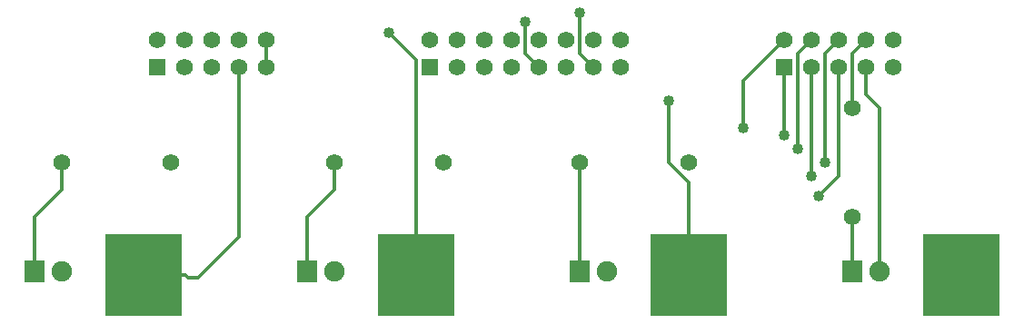
<source format=gbr>
G04 #@! TF.GenerationSoftware,KiCad,Pcbnew,(5.0.1)-3*
G04 #@! TF.CreationDate,2018-12-07T13:03:12-08:00*
G04 #@! TF.ProjectId,500-1073-Quad-Banana-Jack,3530302D313037332D517561642D4261,rev?*
G04 #@! TF.SameCoordinates,Original*
G04 #@! TF.FileFunction,Copper,L1,Top,Signal*
G04 #@! TF.FilePolarity,Positive*
%FSLAX46Y46*%
G04 Gerber Fmt 4.6, Leading zero omitted, Abs format (unit mm)*
G04 Created by KiCad (PCBNEW (5.0.1)-3) date 12/7/2018 1:03:12 PM*
%MOMM*%
%LPD*%
G01*
G04 APERTURE LIST*
G04 #@! TA.AperFunction,ComponentPad*
%ADD10R,1.900000X2.000000*%
G04 #@! TD*
G04 #@! TA.AperFunction,ComponentPad*
%ADD11C,1.900000*%
G04 #@! TD*
G04 #@! TA.AperFunction,ComponentPad*
%ADD12R,7.112000X7.620000*%
G04 #@! TD*
G04 #@! TA.AperFunction,ComponentPad*
%ADD13C,1.574800*%
G04 #@! TD*
G04 #@! TA.AperFunction,ComponentPad*
%ADD14R,1.574800X1.574800*%
G04 #@! TD*
G04 #@! TA.AperFunction,ViaPad*
%ADD15C,1.016000*%
G04 #@! TD*
G04 #@! TA.AperFunction,Conductor*
%ADD16C,0.304800*%
G04 #@! TD*
G04 APERTURE END LIST*
D10*
G04 #@! TO.P,D1,1*
G04 #@! TO.N,Net-(D1-Pad1)*
X185420000Y-147320000D03*
D11*
G04 #@! TO.P,D1,2*
G04 #@! TO.N,Net-(D1-Pad2)*
X187960000Y-147320000D03*
G04 #@! TD*
D10*
G04 #@! TO.P,D2,1*
G04 #@! TO.N,Net-(D2-Pad1)*
X160020000Y-147320000D03*
D11*
G04 #@! TO.P,D2,2*
G04 #@! TO.N,Net-(D2-Pad2)*
X162560000Y-147320000D03*
G04 #@! TD*
D10*
G04 #@! TO.P,D3,1*
G04 #@! TO.N,Net-(D3-Pad1)*
X134620000Y-147320000D03*
D11*
G04 #@! TO.P,D3,2*
G04 #@! TO.N,Net-(D3-Pad2)*
X137160000Y-147320000D03*
G04 #@! TD*
D10*
G04 #@! TO.P,D4,1*
G04 #@! TO.N,Net-(D4-Pad1)*
X109220000Y-147320000D03*
D11*
G04 #@! TO.P,D4,2*
G04 #@! TO.N,Net-(D4-Pad2)*
X111760000Y-147320000D03*
G04 #@! TD*
D12*
G04 #@! TO.P,P1,1*
G04 #@! TO.N,Net-(P1-Pad1)*
X195580000Y-147701000D03*
G04 #@! TD*
G04 #@! TO.P,P2,1*
G04 #@! TO.N,Net-(P2-Pad1)*
X170180000Y-147701000D03*
G04 #@! TD*
G04 #@! TO.P,P3,1*
G04 #@! TO.N,Net-(P3-Pad1)*
X144780000Y-147701000D03*
G04 #@! TD*
G04 #@! TO.P,P4,1*
G04 #@! TO.N,Net-(P4-Pad1)*
X119380000Y-147701000D03*
G04 #@! TD*
D13*
G04 #@! TO.P,R1,1*
G04 #@! TO.N,Net-(D1-Pad1)*
X185420000Y-142240000D03*
G04 #@! TO.P,R1,2*
G04 #@! TO.N,Net-(P5-Pad8)*
X185420000Y-132080000D03*
G04 #@! TD*
G04 #@! TO.P,R2,1*
G04 #@! TO.N,Net-(D2-Pad1)*
X160020000Y-137160000D03*
G04 #@! TO.P,R2,2*
G04 #@! TO.N,Net-(P5-Pad6)*
X170180000Y-137160000D03*
G04 #@! TD*
G04 #@! TO.P,R3,1*
G04 #@! TO.N,Net-(D3-Pad1)*
X137160000Y-137160000D03*
G04 #@! TO.P,R3,2*
G04 #@! TO.N,Net-(P5-Pad4)*
X147320000Y-137160000D03*
G04 #@! TD*
G04 #@! TO.P,R4,1*
G04 #@! TO.N,Net-(D4-Pad1)*
X111760000Y-137160000D03*
G04 #@! TO.P,R4,2*
G04 #@! TO.N,Net-(P5-Pad2)*
X121920000Y-137160000D03*
G04 #@! TD*
G04 #@! TO.P,P5,10*
G04 #@! TO.N,N/C*
X189230000Y-125730000D03*
G04 #@! TO.P,P5,9*
X189230000Y-128270000D03*
G04 #@! TO.P,P5,8*
G04 #@! TO.N,Net-(P5-Pad8)*
X186690000Y-125730000D03*
G04 #@! TO.P,P5,7*
G04 #@! TO.N,Net-(D1-Pad2)*
X186690000Y-128270000D03*
G04 #@! TO.P,P5,6*
G04 #@! TO.N,Net-(P5-Pad6)*
X184150000Y-125730000D03*
G04 #@! TO.P,P5,5*
G04 #@! TO.N,Net-(D2-Pad2)*
X184150000Y-128270000D03*
G04 #@! TO.P,P5,4*
G04 #@! TO.N,Net-(P5-Pad4)*
X181610000Y-125730000D03*
G04 #@! TO.P,P5,3*
G04 #@! TO.N,Net-(D3-Pad2)*
X181610000Y-128270000D03*
G04 #@! TO.P,P5,2*
G04 #@! TO.N,Net-(P5-Pad2)*
X179070000Y-125730000D03*
D14*
G04 #@! TO.P,P5,1*
G04 #@! TO.N,Net-(D4-Pad2)*
X179070000Y-128270000D03*
G04 #@! TD*
G04 #@! TO.P,P6,1*
G04 #@! TO.N,Net-(P1-Pad1)*
X146050000Y-128270000D03*
D13*
G04 #@! TO.P,P6,2*
G04 #@! TO.N,Net-(P6-Pad10)*
X146050000Y-125730000D03*
G04 #@! TO.P,P6,3*
G04 #@! TO.N,N/C*
X148590000Y-128270000D03*
G04 #@! TO.P,P6,4*
G04 #@! TO.N,Net-(P6-Pad10)*
X148590000Y-125730000D03*
G04 #@! TO.P,P6,5*
G04 #@! TO.N,Net-(P2-Pad1)*
X151130000Y-128270000D03*
G04 #@! TO.P,P6,6*
G04 #@! TO.N,Net-(P6-Pad10)*
X151130000Y-125730000D03*
G04 #@! TO.P,P6,7*
G04 #@! TO.N,N/C*
X153670000Y-128270000D03*
G04 #@! TO.P,P6,8*
G04 #@! TO.N,Net-(P6-Pad10)*
X153670000Y-125730000D03*
G04 #@! TO.P,P6,9*
G04 #@! TO.N,Net-(P3-Pad1)*
X156210000Y-128270000D03*
G04 #@! TO.P,P6,10*
G04 #@! TO.N,Net-(P6-Pad10)*
X156210000Y-125730000D03*
G04 #@! TO.P,P6,11*
G04 #@! TO.N,N/C*
X158750000Y-128270000D03*
G04 #@! TO.P,P6,12*
G04 #@! TO.N,Net-(P6-Pad10)*
X158750000Y-125730000D03*
G04 #@! TO.P,P6,13*
G04 #@! TO.N,Net-(P4-Pad1)*
X161290000Y-128270000D03*
G04 #@! TO.P,P6,14*
G04 #@! TO.N,Net-(P6-Pad10)*
X161290000Y-125730000D03*
G04 #@! TO.P,P6,15*
G04 #@! TO.N,N/C*
X163830000Y-128270000D03*
G04 #@! TO.P,P6,16*
G04 #@! TO.N,Net-(P6-Pad10)*
X163830000Y-125730000D03*
G04 #@! TD*
D14*
G04 #@! TO.P,P7,1*
G04 #@! TO.N,Net-(P1-Pad1)*
X120650000Y-128270000D03*
D13*
G04 #@! TO.P,P7,2*
G04 #@! TO.N,Net-(P7-Pad10)*
X120650000Y-125730000D03*
G04 #@! TO.P,P7,3*
G04 #@! TO.N,Net-(P2-Pad1)*
X123190000Y-128270000D03*
G04 #@! TO.P,P7,4*
G04 #@! TO.N,Net-(P7-Pad10)*
X123190000Y-125730000D03*
G04 #@! TO.P,P7,5*
G04 #@! TO.N,Net-(P3-Pad1)*
X125730000Y-128270000D03*
G04 #@! TO.P,P7,6*
G04 #@! TO.N,Net-(P7-Pad10)*
X125730000Y-125730000D03*
G04 #@! TO.P,P7,7*
G04 #@! TO.N,Net-(P4-Pad1)*
X128270000Y-128270000D03*
G04 #@! TO.P,P7,8*
G04 #@! TO.N,Net-(P7-Pad10)*
X128270000Y-125730000D03*
G04 #@! TO.P,P7,9*
X130810000Y-128270000D03*
G04 #@! TO.P,P7,10*
X130810000Y-125730000D03*
G04 #@! TD*
D15*
G04 #@! TO.N,Net-(D2-Pad2)*
X182245000Y-140335000D03*
G04 #@! TO.N,Net-(D3-Pad2)*
X181610000Y-138430000D03*
G04 #@! TO.N,Net-(D4-Pad2)*
X179070000Y-134620000D03*
G04 #@! TO.N,Net-(P2-Pad1)*
X168275000Y-131445000D03*
G04 #@! TO.N,Net-(P3-Pad1)*
X154940000Y-124050410D03*
X142240000Y-125095000D03*
G04 #@! TO.N,Net-(P4-Pad1)*
X160020000Y-123190000D03*
G04 #@! TO.N,Net-(P5-Pad2)*
X175260000Y-133985000D03*
G04 #@! TO.N,Net-(P5-Pad4)*
X180340000Y-135890000D03*
G04 #@! TO.N,Net-(P5-Pad6)*
X182880000Y-137160000D03*
G04 #@! TD*
D16*
G04 #@! TO.N,Net-(D1-Pad1)*
X185420000Y-147320000D02*
X185420000Y-142240000D01*
G04 #@! TO.N,Net-(D1-Pad2)*
X187960000Y-132080000D02*
X187960000Y-147320000D01*
X186690000Y-128270000D02*
X186690000Y-130810000D01*
X186690000Y-130810000D02*
X187960000Y-132080000D01*
G04 #@! TO.N,Net-(D2-Pad1)*
X160020000Y-147320000D02*
X160020000Y-137160000D01*
G04 #@! TO.N,Net-(D2-Pad2)*
X184150000Y-128270000D02*
X184150000Y-138430000D01*
X184150000Y-138430000D02*
X182245000Y-140335000D01*
G04 #@! TO.N,Net-(D3-Pad1)*
X134620000Y-147320000D02*
X134620000Y-142240000D01*
X137160000Y-139700000D02*
X137160000Y-137160000D01*
X134620000Y-142240000D02*
X137160000Y-139700000D01*
G04 #@! TO.N,Net-(D3-Pad2)*
X181610000Y-128270000D02*
X181610000Y-138430000D01*
G04 #@! TO.N,Net-(D4-Pad1)*
X109220000Y-147320000D02*
X109220000Y-142240000D01*
X111760000Y-139700000D02*
X111760000Y-137160000D01*
X109220000Y-142240000D02*
X111760000Y-139700000D01*
G04 #@! TO.N,Net-(D4-Pad2)*
X179070000Y-128270000D02*
X179070000Y-134620000D01*
G04 #@! TO.N,Net-(P2-Pad1)*
X168275000Y-131445000D02*
X168275000Y-137160000D01*
X168275000Y-137160000D02*
X170180000Y-139065000D01*
X170180000Y-139065000D02*
X170180000Y-147701000D01*
G04 #@! TO.N,Net-(P3-Pad1)*
X156210000Y-128270000D02*
X154940000Y-127000000D01*
X154940000Y-124768830D02*
X154940000Y-124050410D01*
X154940000Y-127000000D02*
X154940000Y-124768830D01*
X144780000Y-147701000D02*
X144780000Y-127635000D01*
X144780000Y-127635000D02*
X142240000Y-125095000D01*
G04 #@! TO.N,Net-(P4-Pad1)*
X123240800Y-147701000D02*
X123494800Y-147955000D01*
X119380000Y-147701000D02*
X123240800Y-147701000D01*
X123494800Y-147955000D02*
X124460000Y-147955000D01*
X128270000Y-144145000D02*
X128270000Y-128270000D01*
X124460000Y-147955000D02*
X128270000Y-144145000D01*
X160020000Y-127000000D02*
X161290000Y-128270000D01*
X160020000Y-123190000D02*
X160020000Y-127000000D01*
G04 #@! TO.N,Net-(P5-Pad2)*
X175260000Y-129540000D02*
X179070000Y-125730000D01*
X175260000Y-133985000D02*
X175260000Y-129540000D01*
G04 #@! TO.N,Net-(P5-Pad4)*
X181610000Y-125730000D02*
X180340000Y-127000000D01*
X180340000Y-127000000D02*
X180340000Y-135890000D01*
G04 #@! TO.N,Net-(P5-Pad6)*
X184150000Y-125730000D02*
X182880000Y-127000000D01*
X182880000Y-127000000D02*
X182880000Y-137160000D01*
G04 #@! TO.N,Net-(P5-Pad8)*
X185420000Y-127000000D02*
X185420000Y-132080000D01*
X186690000Y-125730000D02*
X185420000Y-127000000D01*
G04 #@! TO.N,Net-(P7-Pad10)*
X130810000Y-125730000D02*
X130810000Y-128270000D01*
G04 #@! TD*
M02*

</source>
